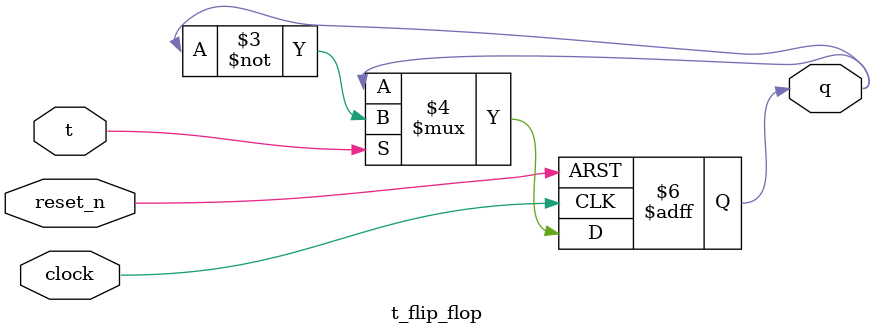
<source format=v>
module t_flip_flop (
  input clock, reset_n, t,
  output reg q
);

  always @(posedge clock, negedge reset_n) begin
    if (!reset_n)
      q <= 1'b0;
    else if (t)
      q <= ~q;
  end

endmodule

</source>
